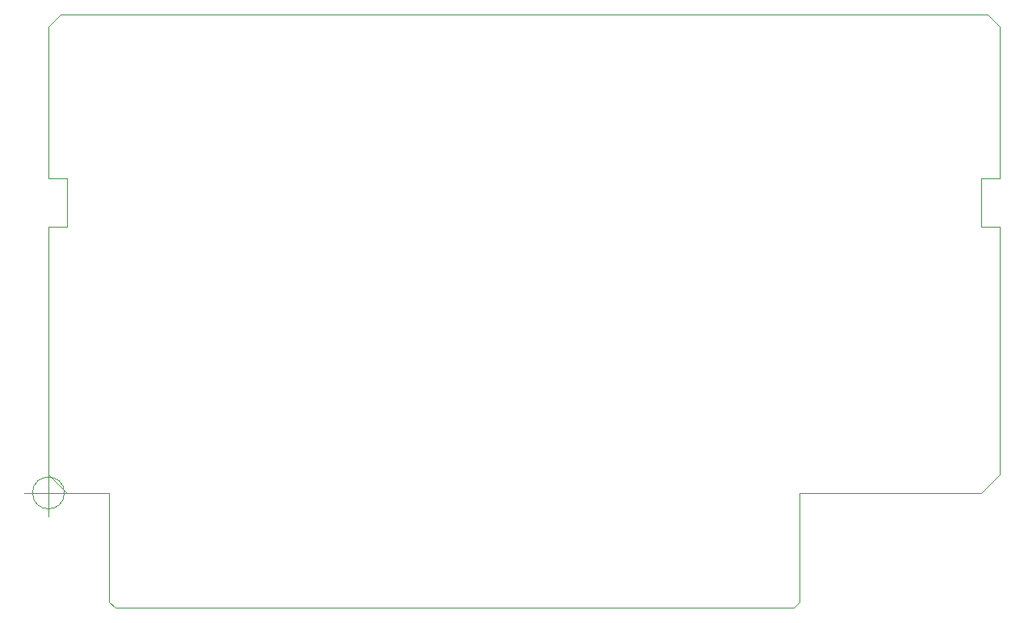
<source format=gm1>
G04 #@! TF.GenerationSoftware,KiCad,Pcbnew,(5.1.8)-1*
G04 #@! TF.CreationDate,2022-06-16T21:47:05+09:00*
G04 #@! TF.ProjectId,SORDM5C,534f5244-4d35-4432-9e6b-696361645f70,rev?*
G04 #@! TF.SameCoordinates,PX48ab840PY791ddc0*
G04 #@! TF.FileFunction,Profile,NP*
%FSLAX46Y46*%
G04 Gerber Fmt 4.6, Leading zero omitted, Abs format (unit mm)*
G04 Created by KiCad (PCBNEW (5.1.8)-1) date 2022-06-16 21:47:05*
%MOMM*%
%LPD*%
G01*
G04 APERTURE LIST*
G04 #@! TA.AperFunction,Profile*
%ADD10C,0.050000*%
G04 #@! TD*
G04 APERTURE END LIST*
D10*
X78105000Y-12065000D02*
X6985000Y-12065000D01*
X97790000Y0D02*
X78740000Y0D01*
X98425000Y50165000D02*
X1270000Y50165000D01*
X99695000Y33020000D02*
X99695000Y48895000D01*
X0Y48895000D02*
X0Y33020000D01*
X0Y48895000D02*
X1270000Y50165000D01*
X99695000Y48895000D02*
X98425000Y50165000D01*
X0Y27940000D02*
X0Y1905000D01*
X6350000Y0D02*
X1905000Y0D01*
X1905000Y0D02*
X0Y1905000D01*
X99695000Y27940000D02*
X99695000Y1905000D01*
X97790000Y0D02*
X99695000Y1905000D01*
X78740000Y-11430000D02*
X78740000Y0D01*
X78105000Y-12065000D02*
X78740000Y-11430000D01*
X6350000Y-11430000D02*
X6985000Y-12065000D01*
X6350000Y0D02*
X6350000Y-11430000D01*
X97790000Y27940000D02*
X99695000Y27940000D01*
X97790000Y33020000D02*
X97790000Y27940000D01*
X99695000Y33020000D02*
X97790000Y33020000D01*
X1905000Y27940000D02*
X0Y27940000D01*
X1905000Y33020000D02*
X1905000Y27940000D01*
X0Y33020000D02*
X1905000Y33020000D01*
X1666666Y0D02*
G75*
G03*
X1666666Y0I-1666666J0D01*
G01*
X-2500000Y0D02*
X2500000Y0D01*
X0Y2500000D02*
X0Y-2500000D01*
M02*

</source>
